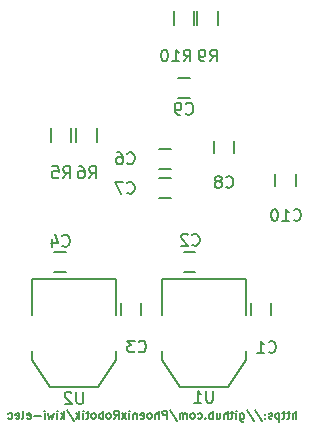
<source format=gbr>
G04 #@! TF.FileFunction,Legend,Bot*
%FSLAX46Y46*%
G04 Gerber Fmt 4.6, Leading zero omitted, Abs format (unit mm)*
G04 Created by KiCad (PCBNEW 4.0.5) date Thu Feb  9 17:30:12 2017*
%MOMM*%
%LPD*%
G01*
G04 APERTURE LIST*
%ADD10C,0.100000*%
%ADD11C,0.175000*%
%ADD12C,0.150000*%
G04 APERTURE END LIST*
D10*
D11*
X155166663Y-133816667D02*
X155166663Y-133116667D01*
X154866663Y-133816667D02*
X154866663Y-133450000D01*
X154899997Y-133383333D01*
X154966663Y-133350000D01*
X155066663Y-133350000D01*
X155133330Y-133383333D01*
X155166663Y-133416667D01*
X154633330Y-133350000D02*
X154366664Y-133350000D01*
X154533330Y-133116667D02*
X154533330Y-133716667D01*
X154499997Y-133783333D01*
X154433330Y-133816667D01*
X154366664Y-133816667D01*
X154233330Y-133350000D02*
X153966664Y-133350000D01*
X154133330Y-133116667D02*
X154133330Y-133716667D01*
X154099997Y-133783333D01*
X154033330Y-133816667D01*
X153966664Y-133816667D01*
X153733330Y-133350000D02*
X153733330Y-134050000D01*
X153733330Y-133383333D02*
X153666664Y-133350000D01*
X153533330Y-133350000D01*
X153466664Y-133383333D01*
X153433330Y-133416667D01*
X153399997Y-133483333D01*
X153399997Y-133683333D01*
X153433330Y-133750000D01*
X153466664Y-133783333D01*
X153533330Y-133816667D01*
X153666664Y-133816667D01*
X153733330Y-133783333D01*
X153133331Y-133783333D02*
X153066664Y-133816667D01*
X152933331Y-133816667D01*
X152866664Y-133783333D01*
X152833331Y-133716667D01*
X152833331Y-133683333D01*
X152866664Y-133616667D01*
X152933331Y-133583333D01*
X153033331Y-133583333D01*
X153099997Y-133550000D01*
X153133331Y-133483333D01*
X153133331Y-133450000D01*
X153099997Y-133383333D01*
X153033331Y-133350000D01*
X152933331Y-133350000D01*
X152866664Y-133383333D01*
X152533330Y-133750000D02*
X152499997Y-133783333D01*
X152533330Y-133816667D01*
X152566664Y-133783333D01*
X152533330Y-133750000D01*
X152533330Y-133816667D01*
X152533330Y-133383333D02*
X152499997Y-133416667D01*
X152533330Y-133450000D01*
X152566664Y-133416667D01*
X152533330Y-133383333D01*
X152533330Y-133450000D01*
X151699997Y-133083333D02*
X152299997Y-133983333D01*
X150966664Y-133083333D02*
X151566664Y-133983333D01*
X150433331Y-133350000D02*
X150433331Y-133916667D01*
X150466665Y-133983333D01*
X150499998Y-134016667D01*
X150566665Y-134050000D01*
X150666665Y-134050000D01*
X150733331Y-134016667D01*
X150433331Y-133783333D02*
X150499998Y-133816667D01*
X150633331Y-133816667D01*
X150699998Y-133783333D01*
X150733331Y-133750000D01*
X150766665Y-133683333D01*
X150766665Y-133483333D01*
X150733331Y-133416667D01*
X150699998Y-133383333D01*
X150633331Y-133350000D01*
X150499998Y-133350000D01*
X150433331Y-133383333D01*
X150099998Y-133816667D02*
X150099998Y-133350000D01*
X150099998Y-133116667D02*
X150133332Y-133150000D01*
X150099998Y-133183333D01*
X150066665Y-133150000D01*
X150099998Y-133116667D01*
X150099998Y-133183333D01*
X149866665Y-133350000D02*
X149599999Y-133350000D01*
X149766665Y-133116667D02*
X149766665Y-133716667D01*
X149733332Y-133783333D01*
X149666665Y-133816667D01*
X149599999Y-133816667D01*
X149366665Y-133816667D02*
X149366665Y-133116667D01*
X149066665Y-133816667D02*
X149066665Y-133450000D01*
X149099999Y-133383333D01*
X149166665Y-133350000D01*
X149266665Y-133350000D01*
X149333332Y-133383333D01*
X149366665Y-133416667D01*
X148433332Y-133350000D02*
X148433332Y-133816667D01*
X148733332Y-133350000D02*
X148733332Y-133716667D01*
X148699999Y-133783333D01*
X148633332Y-133816667D01*
X148533332Y-133816667D01*
X148466666Y-133783333D01*
X148433332Y-133750000D01*
X148099999Y-133816667D02*
X148099999Y-133116667D01*
X148099999Y-133383333D02*
X148033333Y-133350000D01*
X147899999Y-133350000D01*
X147833333Y-133383333D01*
X147799999Y-133416667D01*
X147766666Y-133483333D01*
X147766666Y-133683333D01*
X147799999Y-133750000D01*
X147833333Y-133783333D01*
X147899999Y-133816667D01*
X148033333Y-133816667D01*
X148099999Y-133783333D01*
X147466666Y-133750000D02*
X147433333Y-133783333D01*
X147466666Y-133816667D01*
X147500000Y-133783333D01*
X147466666Y-133750000D01*
X147466666Y-133816667D01*
X146833333Y-133783333D02*
X146900000Y-133816667D01*
X147033333Y-133816667D01*
X147100000Y-133783333D01*
X147133333Y-133750000D01*
X147166667Y-133683333D01*
X147166667Y-133483333D01*
X147133333Y-133416667D01*
X147100000Y-133383333D01*
X147033333Y-133350000D01*
X146900000Y-133350000D01*
X146833333Y-133383333D01*
X146433333Y-133816667D02*
X146500000Y-133783333D01*
X146533333Y-133750000D01*
X146566667Y-133683333D01*
X146566667Y-133483333D01*
X146533333Y-133416667D01*
X146500000Y-133383333D01*
X146433333Y-133350000D01*
X146333333Y-133350000D01*
X146266667Y-133383333D01*
X146233333Y-133416667D01*
X146200000Y-133483333D01*
X146200000Y-133683333D01*
X146233333Y-133750000D01*
X146266667Y-133783333D01*
X146333333Y-133816667D01*
X146433333Y-133816667D01*
X145900000Y-133816667D02*
X145900000Y-133350000D01*
X145900000Y-133416667D02*
X145866667Y-133383333D01*
X145800000Y-133350000D01*
X145700000Y-133350000D01*
X145633334Y-133383333D01*
X145600000Y-133450000D01*
X145600000Y-133816667D01*
X145600000Y-133450000D02*
X145566667Y-133383333D01*
X145500000Y-133350000D01*
X145400000Y-133350000D01*
X145333334Y-133383333D01*
X145300000Y-133450000D01*
X145300000Y-133816667D01*
X144466667Y-133083333D02*
X145066667Y-133983333D01*
X144233334Y-133816667D02*
X144233334Y-133116667D01*
X143966668Y-133116667D01*
X143900001Y-133150000D01*
X143866668Y-133183333D01*
X143833334Y-133250000D01*
X143833334Y-133350000D01*
X143866668Y-133416667D01*
X143900001Y-133450000D01*
X143966668Y-133483333D01*
X144233334Y-133483333D01*
X143533334Y-133816667D02*
X143533334Y-133116667D01*
X143233334Y-133816667D02*
X143233334Y-133450000D01*
X143266668Y-133383333D01*
X143333334Y-133350000D01*
X143433334Y-133350000D01*
X143500001Y-133383333D01*
X143533334Y-133416667D01*
X142800001Y-133816667D02*
X142866668Y-133783333D01*
X142900001Y-133750000D01*
X142933335Y-133683333D01*
X142933335Y-133483333D01*
X142900001Y-133416667D01*
X142866668Y-133383333D01*
X142800001Y-133350000D01*
X142700001Y-133350000D01*
X142633335Y-133383333D01*
X142600001Y-133416667D01*
X142566668Y-133483333D01*
X142566668Y-133683333D01*
X142600001Y-133750000D01*
X142633335Y-133783333D01*
X142700001Y-133816667D01*
X142800001Y-133816667D01*
X142000002Y-133783333D02*
X142066668Y-133816667D01*
X142200002Y-133816667D01*
X142266668Y-133783333D01*
X142300002Y-133716667D01*
X142300002Y-133450000D01*
X142266668Y-133383333D01*
X142200002Y-133350000D01*
X142066668Y-133350000D01*
X142000002Y-133383333D01*
X141966668Y-133450000D01*
X141966668Y-133516667D01*
X142300002Y-133583333D01*
X141666668Y-133350000D02*
X141666668Y-133816667D01*
X141666668Y-133416667D02*
X141633335Y-133383333D01*
X141566668Y-133350000D01*
X141466668Y-133350000D01*
X141400002Y-133383333D01*
X141366668Y-133450000D01*
X141366668Y-133816667D01*
X141033335Y-133816667D02*
X141033335Y-133350000D01*
X141033335Y-133116667D02*
X141066669Y-133150000D01*
X141033335Y-133183333D01*
X141000002Y-133150000D01*
X141033335Y-133116667D01*
X141033335Y-133183333D01*
X140766669Y-133816667D02*
X140400002Y-133350000D01*
X140766669Y-133350000D02*
X140400002Y-133816667D01*
X139733335Y-133816667D02*
X139966669Y-133483333D01*
X140133335Y-133816667D02*
X140133335Y-133116667D01*
X139866669Y-133116667D01*
X139800002Y-133150000D01*
X139766669Y-133183333D01*
X139733335Y-133250000D01*
X139733335Y-133350000D01*
X139766669Y-133416667D01*
X139800002Y-133450000D01*
X139866669Y-133483333D01*
X140133335Y-133483333D01*
X139333335Y-133816667D02*
X139400002Y-133783333D01*
X139433335Y-133750000D01*
X139466669Y-133683333D01*
X139466669Y-133483333D01*
X139433335Y-133416667D01*
X139400002Y-133383333D01*
X139333335Y-133350000D01*
X139233335Y-133350000D01*
X139166669Y-133383333D01*
X139133335Y-133416667D01*
X139100002Y-133483333D01*
X139100002Y-133683333D01*
X139133335Y-133750000D01*
X139166669Y-133783333D01*
X139233335Y-133816667D01*
X139333335Y-133816667D01*
X138800002Y-133816667D02*
X138800002Y-133116667D01*
X138800002Y-133383333D02*
X138733336Y-133350000D01*
X138600002Y-133350000D01*
X138533336Y-133383333D01*
X138500002Y-133416667D01*
X138466669Y-133483333D01*
X138466669Y-133683333D01*
X138500002Y-133750000D01*
X138533336Y-133783333D01*
X138600002Y-133816667D01*
X138733336Y-133816667D01*
X138800002Y-133783333D01*
X138066669Y-133816667D02*
X138133336Y-133783333D01*
X138166669Y-133750000D01*
X138200003Y-133683333D01*
X138200003Y-133483333D01*
X138166669Y-133416667D01*
X138133336Y-133383333D01*
X138066669Y-133350000D01*
X137966669Y-133350000D01*
X137900003Y-133383333D01*
X137866669Y-133416667D01*
X137833336Y-133483333D01*
X137833336Y-133683333D01*
X137866669Y-133750000D01*
X137900003Y-133783333D01*
X137966669Y-133816667D01*
X138066669Y-133816667D01*
X137633336Y-133350000D02*
X137366670Y-133350000D01*
X137533336Y-133116667D02*
X137533336Y-133716667D01*
X137500003Y-133783333D01*
X137433336Y-133816667D01*
X137366670Y-133816667D01*
X137133336Y-133816667D02*
X137133336Y-133350000D01*
X137133336Y-133116667D02*
X137166670Y-133150000D01*
X137133336Y-133183333D01*
X137100003Y-133150000D01*
X137133336Y-133116667D01*
X137133336Y-133183333D01*
X136800003Y-133816667D02*
X136800003Y-133116667D01*
X136733337Y-133550000D02*
X136533337Y-133816667D01*
X136533337Y-133350000D02*
X136800003Y-133616667D01*
X135733336Y-133083333D02*
X136333336Y-133983333D01*
X135500003Y-133816667D02*
X135500003Y-133116667D01*
X135433337Y-133550000D02*
X135233337Y-133816667D01*
X135233337Y-133350000D02*
X135500003Y-133616667D01*
X134933336Y-133816667D02*
X134933336Y-133350000D01*
X134933336Y-133116667D02*
X134966670Y-133150000D01*
X134933336Y-133183333D01*
X134900003Y-133150000D01*
X134933336Y-133116667D01*
X134933336Y-133183333D01*
X134666670Y-133350000D02*
X134533337Y-133816667D01*
X134400003Y-133483333D01*
X134266670Y-133816667D01*
X134133337Y-133350000D01*
X133866670Y-133816667D02*
X133866670Y-133350000D01*
X133866670Y-133116667D02*
X133900004Y-133150000D01*
X133866670Y-133183333D01*
X133833337Y-133150000D01*
X133866670Y-133116667D01*
X133866670Y-133183333D01*
X133533337Y-133550000D02*
X133000004Y-133550000D01*
X132400004Y-133783333D02*
X132466670Y-133816667D01*
X132600004Y-133816667D01*
X132666670Y-133783333D01*
X132700004Y-133716667D01*
X132700004Y-133450000D01*
X132666670Y-133383333D01*
X132600004Y-133350000D01*
X132466670Y-133350000D01*
X132400004Y-133383333D01*
X132366670Y-133450000D01*
X132366670Y-133516667D01*
X132700004Y-133583333D01*
X131966670Y-133816667D02*
X132033337Y-133783333D01*
X132066670Y-133716667D01*
X132066670Y-133116667D01*
X131433337Y-133783333D02*
X131500003Y-133816667D01*
X131633337Y-133816667D01*
X131700003Y-133783333D01*
X131733337Y-133716667D01*
X131733337Y-133450000D01*
X131700003Y-133383333D01*
X131633337Y-133350000D01*
X131500003Y-133350000D01*
X131433337Y-133383333D01*
X131400003Y-133450000D01*
X131400003Y-133516667D01*
X131733337Y-133583333D01*
X130800003Y-133783333D02*
X130866670Y-133816667D01*
X131000003Y-133816667D01*
X131066670Y-133783333D01*
X131100003Y-133750000D01*
X131133337Y-133683333D01*
X131133337Y-133483333D01*
X131100003Y-133416667D01*
X131066670Y-133383333D01*
X131000003Y-133350000D01*
X130866670Y-133350000D01*
X130800003Y-133383333D01*
D12*
X151310000Y-124980000D02*
X151310000Y-123980000D01*
X153010000Y-123980000D02*
X153010000Y-124980000D01*
X145630000Y-119660000D02*
X146630000Y-119660000D01*
X146630000Y-121360000D02*
X145630000Y-121360000D01*
X140310000Y-124980000D02*
X140310000Y-123980000D01*
X142010000Y-123980000D02*
X142010000Y-124980000D01*
X134660000Y-119680000D02*
X135660000Y-119680000D01*
X135660000Y-121380000D02*
X134660000Y-121380000D01*
X134381106Y-109187512D02*
X134381106Y-110387512D01*
X136131106Y-110387512D02*
X136131106Y-109187512D01*
X136538572Y-109187512D02*
X136538572Y-110387512D01*
X138288572Y-110387512D02*
X138288572Y-109187512D01*
X148535000Y-100480000D02*
X148535000Y-99280000D01*
X146785000Y-99280000D02*
X146785000Y-100480000D01*
X144785000Y-99280000D02*
X144785000Y-100480000D01*
X146535000Y-100480000D02*
X146535000Y-99280000D01*
X143818000Y-125017112D02*
X143818000Y-121969112D01*
X143818000Y-121969112D02*
X150930000Y-121969112D01*
X150930000Y-121969112D02*
X150930000Y-125017112D01*
X143818000Y-128065112D02*
X143818000Y-128827112D01*
X143818000Y-128827112D02*
X145342000Y-131113112D01*
X145342000Y-131113112D02*
X149406000Y-131113112D01*
X149406000Y-131113112D02*
X150930000Y-128827112D01*
X150930000Y-128827112D02*
X150930000Y-128065112D01*
X132814000Y-125025112D02*
X132814000Y-121977112D01*
X132814000Y-121977112D02*
X139926000Y-121977112D01*
X139926000Y-121977112D02*
X139926000Y-125025112D01*
X132814000Y-128073112D02*
X132814000Y-128835112D01*
X132814000Y-128835112D02*
X134338000Y-131121112D01*
X134338000Y-131121112D02*
X138402000Y-131121112D01*
X138402000Y-131121112D02*
X139926000Y-128835112D01*
X139926000Y-128835112D02*
X139926000Y-128073112D01*
X143560000Y-110930000D02*
X144560000Y-110930000D01*
X144560000Y-112630000D02*
X143560000Y-112630000D01*
X143560000Y-113430000D02*
X144560000Y-113430000D01*
X144560000Y-115130000D02*
X143560000Y-115130000D01*
X148210000Y-111280000D02*
X148210000Y-110280000D01*
X149910000Y-110280000D02*
X149910000Y-111280000D01*
X146160000Y-106630000D02*
X145160000Y-106630000D01*
X145160000Y-104930000D02*
X146160000Y-104930000D01*
X153410000Y-114080000D02*
X153410000Y-113080000D01*
X155110000Y-113080000D02*
X155110000Y-114080000D01*
X152826666Y-128127143D02*
X152874285Y-128174762D01*
X153017142Y-128222381D01*
X153112380Y-128222381D01*
X153255238Y-128174762D01*
X153350476Y-128079524D01*
X153398095Y-127984286D01*
X153445714Y-127793810D01*
X153445714Y-127650952D01*
X153398095Y-127460476D01*
X153350476Y-127365238D01*
X153255238Y-127270000D01*
X153112380Y-127222381D01*
X153017142Y-127222381D01*
X152874285Y-127270000D01*
X152826666Y-127317619D01*
X151874285Y-128222381D02*
X152445714Y-128222381D01*
X152160000Y-128222381D02*
X152160000Y-127222381D01*
X152255238Y-127365238D01*
X152350476Y-127460476D01*
X152445714Y-127508095D01*
X146366666Y-119057143D02*
X146414285Y-119104762D01*
X146557142Y-119152381D01*
X146652380Y-119152381D01*
X146795238Y-119104762D01*
X146890476Y-119009524D01*
X146938095Y-118914286D01*
X146985714Y-118723810D01*
X146985714Y-118580952D01*
X146938095Y-118390476D01*
X146890476Y-118295238D01*
X146795238Y-118200000D01*
X146652380Y-118152381D01*
X146557142Y-118152381D01*
X146414285Y-118200000D01*
X146366666Y-118247619D01*
X145985714Y-118247619D02*
X145938095Y-118200000D01*
X145842857Y-118152381D01*
X145604761Y-118152381D01*
X145509523Y-118200000D01*
X145461904Y-118247619D01*
X145414285Y-118342857D01*
X145414285Y-118438095D01*
X145461904Y-118580952D01*
X146033333Y-119152381D01*
X145414285Y-119152381D01*
X141826666Y-128087143D02*
X141874285Y-128134762D01*
X142017142Y-128182381D01*
X142112380Y-128182381D01*
X142255238Y-128134762D01*
X142350476Y-128039524D01*
X142398095Y-127944286D01*
X142445714Y-127753810D01*
X142445714Y-127610952D01*
X142398095Y-127420476D01*
X142350476Y-127325238D01*
X142255238Y-127230000D01*
X142112380Y-127182381D01*
X142017142Y-127182381D01*
X141874285Y-127230000D01*
X141826666Y-127277619D01*
X141493333Y-127182381D02*
X140874285Y-127182381D01*
X141207619Y-127563333D01*
X141064761Y-127563333D01*
X140969523Y-127610952D01*
X140921904Y-127658571D01*
X140874285Y-127753810D01*
X140874285Y-127991905D01*
X140921904Y-128087143D01*
X140969523Y-128134762D01*
X141064761Y-128182381D01*
X141350476Y-128182381D01*
X141445714Y-128134762D01*
X141493333Y-128087143D01*
X135366666Y-119137143D02*
X135414285Y-119184762D01*
X135557142Y-119232381D01*
X135652380Y-119232381D01*
X135795238Y-119184762D01*
X135890476Y-119089524D01*
X135938095Y-118994286D01*
X135985714Y-118803810D01*
X135985714Y-118660952D01*
X135938095Y-118470476D01*
X135890476Y-118375238D01*
X135795238Y-118280000D01*
X135652380Y-118232381D01*
X135557142Y-118232381D01*
X135414285Y-118280000D01*
X135366666Y-118327619D01*
X134509523Y-118565714D02*
X134509523Y-119232381D01*
X134747619Y-118184762D02*
X134985714Y-118899048D01*
X134366666Y-118899048D01*
X135426666Y-113432381D02*
X135760000Y-112956190D01*
X135998095Y-113432381D02*
X135998095Y-112432381D01*
X135617142Y-112432381D01*
X135521904Y-112480000D01*
X135474285Y-112527619D01*
X135426666Y-112622857D01*
X135426666Y-112765714D01*
X135474285Y-112860952D01*
X135521904Y-112908571D01*
X135617142Y-112956190D01*
X135998095Y-112956190D01*
X134521904Y-112432381D02*
X134998095Y-112432381D01*
X135045714Y-112908571D01*
X134998095Y-112860952D01*
X134902857Y-112813333D01*
X134664761Y-112813333D01*
X134569523Y-112860952D01*
X134521904Y-112908571D01*
X134474285Y-113003810D01*
X134474285Y-113241905D01*
X134521904Y-113337143D01*
X134569523Y-113384762D01*
X134664761Y-113432381D01*
X134902857Y-113432381D01*
X134998095Y-113384762D01*
X135045714Y-113337143D01*
X137626666Y-113432381D02*
X137960000Y-112956190D01*
X138198095Y-113432381D02*
X138198095Y-112432381D01*
X137817142Y-112432381D01*
X137721904Y-112480000D01*
X137674285Y-112527619D01*
X137626666Y-112622857D01*
X137626666Y-112765714D01*
X137674285Y-112860952D01*
X137721904Y-112908571D01*
X137817142Y-112956190D01*
X138198095Y-112956190D01*
X136769523Y-112432381D02*
X136960000Y-112432381D01*
X137055238Y-112480000D01*
X137102857Y-112527619D01*
X137198095Y-112670476D01*
X137245714Y-112860952D01*
X137245714Y-113241905D01*
X137198095Y-113337143D01*
X137150476Y-113384762D01*
X137055238Y-113432381D01*
X136864761Y-113432381D01*
X136769523Y-113384762D01*
X136721904Y-113337143D01*
X136674285Y-113241905D01*
X136674285Y-113003810D01*
X136721904Y-112908571D01*
X136769523Y-112860952D01*
X136864761Y-112813333D01*
X137055238Y-112813333D01*
X137150476Y-112860952D01*
X137198095Y-112908571D01*
X137245714Y-113003810D01*
X147866666Y-103552381D02*
X148200000Y-103076190D01*
X148438095Y-103552381D02*
X148438095Y-102552381D01*
X148057142Y-102552381D01*
X147961904Y-102600000D01*
X147914285Y-102647619D01*
X147866666Y-102742857D01*
X147866666Y-102885714D01*
X147914285Y-102980952D01*
X147961904Y-103028571D01*
X148057142Y-103076190D01*
X148438095Y-103076190D01*
X147390476Y-103552381D02*
X147200000Y-103552381D01*
X147104761Y-103504762D01*
X147057142Y-103457143D01*
X146961904Y-103314286D01*
X146914285Y-103123810D01*
X146914285Y-102742857D01*
X146961904Y-102647619D01*
X147009523Y-102600000D01*
X147104761Y-102552381D01*
X147295238Y-102552381D01*
X147390476Y-102600000D01*
X147438095Y-102647619D01*
X147485714Y-102742857D01*
X147485714Y-102980952D01*
X147438095Y-103076190D01*
X147390476Y-103123810D01*
X147295238Y-103171429D01*
X147104761Y-103171429D01*
X147009523Y-103123810D01*
X146961904Y-103076190D01*
X146914285Y-102980952D01*
X145642857Y-103552381D02*
X145976191Y-103076190D01*
X146214286Y-103552381D02*
X146214286Y-102552381D01*
X145833333Y-102552381D01*
X145738095Y-102600000D01*
X145690476Y-102647619D01*
X145642857Y-102742857D01*
X145642857Y-102885714D01*
X145690476Y-102980952D01*
X145738095Y-103028571D01*
X145833333Y-103076190D01*
X146214286Y-103076190D01*
X144690476Y-103552381D02*
X145261905Y-103552381D01*
X144976191Y-103552381D02*
X144976191Y-102552381D01*
X145071429Y-102695238D01*
X145166667Y-102790476D01*
X145261905Y-102838095D01*
X144071429Y-102552381D02*
X143976190Y-102552381D01*
X143880952Y-102600000D01*
X143833333Y-102647619D01*
X143785714Y-102742857D01*
X143738095Y-102933333D01*
X143738095Y-103171429D01*
X143785714Y-103361905D01*
X143833333Y-103457143D01*
X143880952Y-103504762D01*
X143976190Y-103552381D01*
X144071429Y-103552381D01*
X144166667Y-103504762D01*
X144214286Y-103457143D01*
X144261905Y-103361905D01*
X144309524Y-103171429D01*
X144309524Y-102933333D01*
X144261905Y-102742857D01*
X144214286Y-102647619D01*
X144166667Y-102600000D01*
X144071429Y-102552381D01*
X148121905Y-131432381D02*
X148121905Y-132241905D01*
X148074286Y-132337143D01*
X148026667Y-132384762D01*
X147931429Y-132432381D01*
X147740952Y-132432381D01*
X147645714Y-132384762D01*
X147598095Y-132337143D01*
X147550476Y-132241905D01*
X147550476Y-131432381D01*
X146550476Y-132432381D02*
X147121905Y-132432381D01*
X146836191Y-132432381D02*
X146836191Y-131432381D01*
X146931429Y-131575238D01*
X147026667Y-131670476D01*
X147121905Y-131718095D01*
X137121905Y-131532381D02*
X137121905Y-132341905D01*
X137074286Y-132437143D01*
X137026667Y-132484762D01*
X136931429Y-132532381D01*
X136740952Y-132532381D01*
X136645714Y-132484762D01*
X136598095Y-132437143D01*
X136550476Y-132341905D01*
X136550476Y-131532381D01*
X136121905Y-131627619D02*
X136074286Y-131580000D01*
X135979048Y-131532381D01*
X135740952Y-131532381D01*
X135645714Y-131580000D01*
X135598095Y-131627619D01*
X135550476Y-131722857D01*
X135550476Y-131818095D01*
X135598095Y-131960952D01*
X136169524Y-132532381D01*
X135550476Y-132532381D01*
X140866666Y-112157143D02*
X140914285Y-112204762D01*
X141057142Y-112252381D01*
X141152380Y-112252381D01*
X141295238Y-112204762D01*
X141390476Y-112109524D01*
X141438095Y-112014286D01*
X141485714Y-111823810D01*
X141485714Y-111680952D01*
X141438095Y-111490476D01*
X141390476Y-111395238D01*
X141295238Y-111300000D01*
X141152380Y-111252381D01*
X141057142Y-111252381D01*
X140914285Y-111300000D01*
X140866666Y-111347619D01*
X140009523Y-111252381D02*
X140200000Y-111252381D01*
X140295238Y-111300000D01*
X140342857Y-111347619D01*
X140438095Y-111490476D01*
X140485714Y-111680952D01*
X140485714Y-112061905D01*
X140438095Y-112157143D01*
X140390476Y-112204762D01*
X140295238Y-112252381D01*
X140104761Y-112252381D01*
X140009523Y-112204762D01*
X139961904Y-112157143D01*
X139914285Y-112061905D01*
X139914285Y-111823810D01*
X139961904Y-111728571D01*
X140009523Y-111680952D01*
X140104761Y-111633333D01*
X140295238Y-111633333D01*
X140390476Y-111680952D01*
X140438095Y-111728571D01*
X140485714Y-111823810D01*
X140866666Y-114657143D02*
X140914285Y-114704762D01*
X141057142Y-114752381D01*
X141152380Y-114752381D01*
X141295238Y-114704762D01*
X141390476Y-114609524D01*
X141438095Y-114514286D01*
X141485714Y-114323810D01*
X141485714Y-114180952D01*
X141438095Y-113990476D01*
X141390476Y-113895238D01*
X141295238Y-113800000D01*
X141152380Y-113752381D01*
X141057142Y-113752381D01*
X140914285Y-113800000D01*
X140866666Y-113847619D01*
X140533333Y-113752381D02*
X139866666Y-113752381D01*
X140295238Y-114752381D01*
X149226666Y-114157143D02*
X149274285Y-114204762D01*
X149417142Y-114252381D01*
X149512380Y-114252381D01*
X149655238Y-114204762D01*
X149750476Y-114109524D01*
X149798095Y-114014286D01*
X149845714Y-113823810D01*
X149845714Y-113680952D01*
X149798095Y-113490476D01*
X149750476Y-113395238D01*
X149655238Y-113300000D01*
X149512380Y-113252381D01*
X149417142Y-113252381D01*
X149274285Y-113300000D01*
X149226666Y-113347619D01*
X148655238Y-113680952D02*
X148750476Y-113633333D01*
X148798095Y-113585714D01*
X148845714Y-113490476D01*
X148845714Y-113442857D01*
X148798095Y-113347619D01*
X148750476Y-113300000D01*
X148655238Y-113252381D01*
X148464761Y-113252381D01*
X148369523Y-113300000D01*
X148321904Y-113347619D01*
X148274285Y-113442857D01*
X148274285Y-113490476D01*
X148321904Y-113585714D01*
X148369523Y-113633333D01*
X148464761Y-113680952D01*
X148655238Y-113680952D01*
X148750476Y-113728571D01*
X148798095Y-113776190D01*
X148845714Y-113871429D01*
X148845714Y-114061905D01*
X148798095Y-114157143D01*
X148750476Y-114204762D01*
X148655238Y-114252381D01*
X148464761Y-114252381D01*
X148369523Y-114204762D01*
X148321904Y-114157143D01*
X148274285Y-114061905D01*
X148274285Y-113871429D01*
X148321904Y-113776190D01*
X148369523Y-113728571D01*
X148464761Y-113680952D01*
X145826666Y-107957143D02*
X145874285Y-108004762D01*
X146017142Y-108052381D01*
X146112380Y-108052381D01*
X146255238Y-108004762D01*
X146350476Y-107909524D01*
X146398095Y-107814286D01*
X146445714Y-107623810D01*
X146445714Y-107480952D01*
X146398095Y-107290476D01*
X146350476Y-107195238D01*
X146255238Y-107100000D01*
X146112380Y-107052381D01*
X146017142Y-107052381D01*
X145874285Y-107100000D01*
X145826666Y-107147619D01*
X145350476Y-108052381D02*
X145160000Y-108052381D01*
X145064761Y-108004762D01*
X145017142Y-107957143D01*
X144921904Y-107814286D01*
X144874285Y-107623810D01*
X144874285Y-107242857D01*
X144921904Y-107147619D01*
X144969523Y-107100000D01*
X145064761Y-107052381D01*
X145255238Y-107052381D01*
X145350476Y-107100000D01*
X145398095Y-107147619D01*
X145445714Y-107242857D01*
X145445714Y-107480952D01*
X145398095Y-107576190D01*
X145350476Y-107623810D01*
X145255238Y-107671429D01*
X145064761Y-107671429D01*
X144969523Y-107623810D01*
X144921904Y-107576190D01*
X144874285Y-107480952D01*
X154942857Y-116957143D02*
X154990476Y-117004762D01*
X155133333Y-117052381D01*
X155228571Y-117052381D01*
X155371429Y-117004762D01*
X155466667Y-116909524D01*
X155514286Y-116814286D01*
X155561905Y-116623810D01*
X155561905Y-116480952D01*
X155514286Y-116290476D01*
X155466667Y-116195238D01*
X155371429Y-116100000D01*
X155228571Y-116052381D01*
X155133333Y-116052381D01*
X154990476Y-116100000D01*
X154942857Y-116147619D01*
X153990476Y-117052381D02*
X154561905Y-117052381D01*
X154276191Y-117052381D02*
X154276191Y-116052381D01*
X154371429Y-116195238D01*
X154466667Y-116290476D01*
X154561905Y-116338095D01*
X153371429Y-116052381D02*
X153276190Y-116052381D01*
X153180952Y-116100000D01*
X153133333Y-116147619D01*
X153085714Y-116242857D01*
X153038095Y-116433333D01*
X153038095Y-116671429D01*
X153085714Y-116861905D01*
X153133333Y-116957143D01*
X153180952Y-117004762D01*
X153276190Y-117052381D01*
X153371429Y-117052381D01*
X153466667Y-117004762D01*
X153514286Y-116957143D01*
X153561905Y-116861905D01*
X153609524Y-116671429D01*
X153609524Y-116433333D01*
X153561905Y-116242857D01*
X153514286Y-116147619D01*
X153466667Y-116100000D01*
X153371429Y-116052381D01*
M02*

</source>
